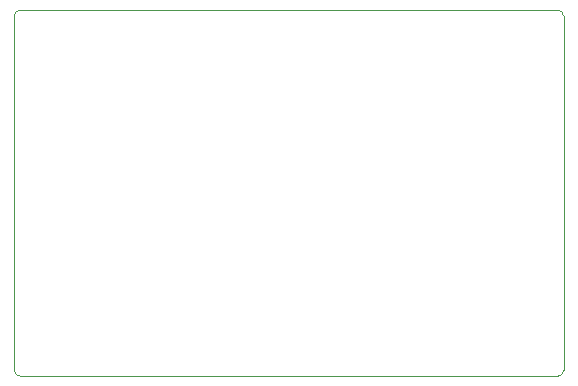
<source format=gko>
G04*
G04 #@! TF.GenerationSoftware,Altium Limited,Altium Designer,20.0.13 (296)*
G04*
G04 Layer_Color=16711935*
%FSLAX44Y44*%
%MOMM*%
G71*
G01*
G75*
%ADD10C,0.1000*%
D10*
X460250Y0D02*
G03*
X465250Y5000I0J5000D01*
G01*
X250D02*
G03*
X5250Y0I5000J0D01*
G01*
Y310000D02*
G03*
X250Y305000I0J-5000D01*
G01*
X465250D02*
G03*
X460250Y310000I-5000J0D01*
G01*
X5250Y0D02*
X460250D01*
X465250Y5000D02*
Y305000D01*
X250Y5000D02*
Y305000D01*
X5250Y310000D02*
X460250D01*
M02*

</source>
